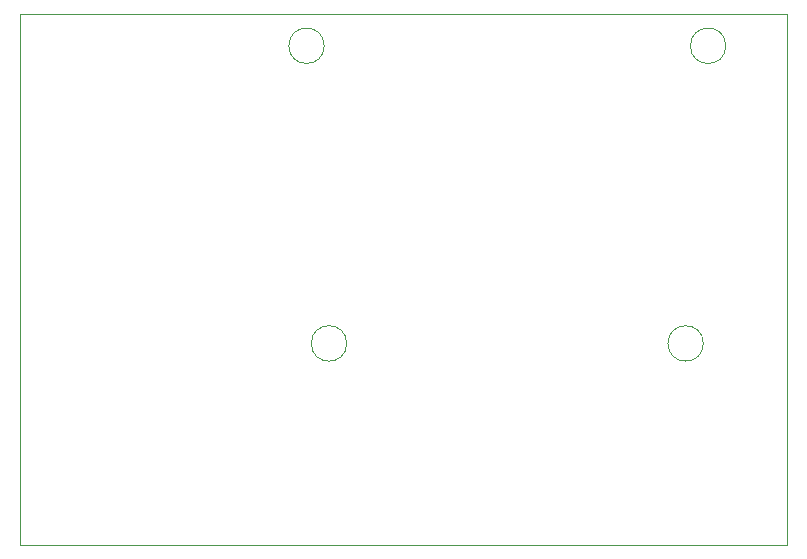
<source format=gbr>
%TF.GenerationSoftware,KiCad,Pcbnew,8.0.5-8.0.5-0~ubuntu22.04.1*%
%TF.CreationDate,2025-05-20T11:09:25+05:30*%
%TF.ProjectId,esp32_nichrome_wire,65737033-325f-46e6-9963-68726f6d655f,rev?*%
%TF.SameCoordinates,Original*%
%TF.FileFunction,Profile,NP*%
%FSLAX46Y46*%
G04 Gerber Fmt 4.6, Leading zero omitted, Abs format (unit mm)*
G04 Created by KiCad (PCBNEW 8.0.5-8.0.5-0~ubuntu22.04.1) date 2025-05-20 11:09:25*
%MOMM*%
%LPD*%
G01*
G04 APERTURE LIST*
%TA.AperFunction,Profile*%
%ADD10C,0.050000*%
%TD*%
G04 APERTURE END LIST*
D10*
X-30865000Y-46765000D02*
G75*
G02*
X-33865000Y-46765000I-1500000J0D01*
G01*
X-33865000Y-46765000D02*
G75*
G02*
X-30865000Y-46765000I1500000J0D01*
G01*
X-88765000Y-18865000D02*
X-23765000Y-18865000D01*
X-23765000Y-63865000D01*
X-88765000Y-63865000D01*
X-88765000Y-18865000D01*
X-28965000Y-21565000D02*
G75*
G02*
X-31965000Y-21565000I-1500000J0D01*
G01*
X-31965000Y-21565000D02*
G75*
G02*
X-28965000Y-21565000I1500000J0D01*
G01*
X-62965000Y-21565000D02*
G75*
G02*
X-65965000Y-21565000I-1500000J0D01*
G01*
X-65965000Y-21565000D02*
G75*
G02*
X-62965000Y-21565000I1500000J0D01*
G01*
X-61065000Y-46765000D02*
G75*
G02*
X-64065000Y-46765000I-1500000J0D01*
G01*
X-64065000Y-46765000D02*
G75*
G02*
X-61065000Y-46765000I1500000J0D01*
G01*
M02*

</source>
